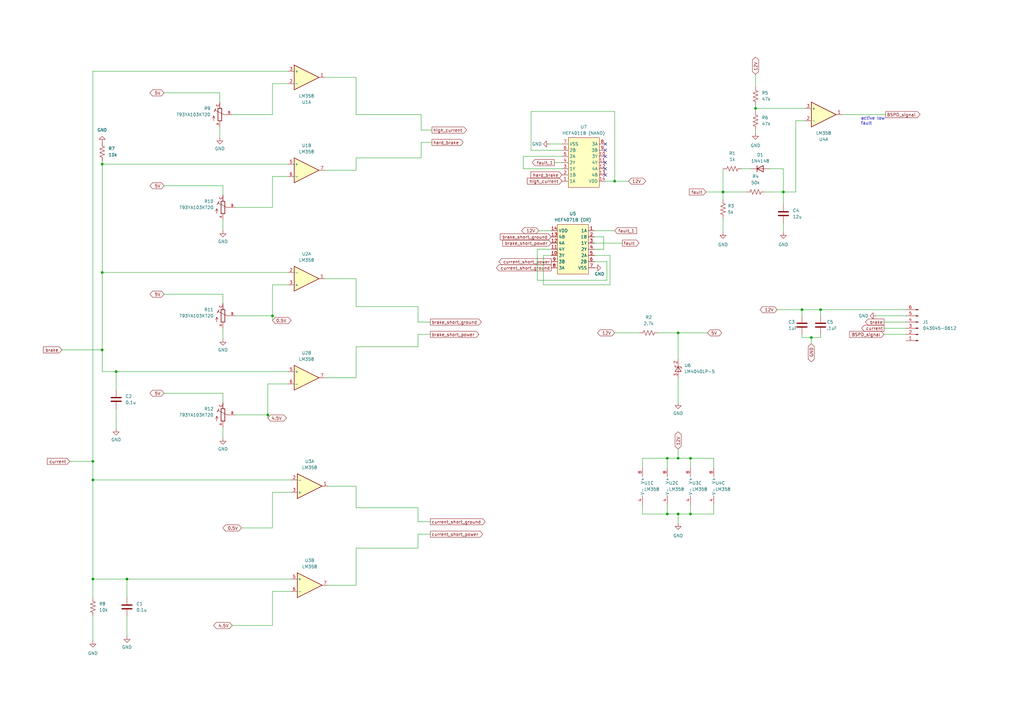
<source format=kicad_sch>
(kicad_sch (version 20231120) (generator "eeschema") (generator_version "8.0")
  (paper "A3")
  (title_block (title "Brake System Plausibility Device ") (comment 1 "Arda Caliskan and Manny Gimenez"))
  (lib_symbols
    (symbol "Amplifier_Operational:LM358" (pin_names (offset 0.127))
      (property "Reference" "U" (at 0 5.08 0))
      (property "Value" "LM358" (at 0 -5.08 0))
      (symbol "LM358_1_1"
        (polyline (pts (xy -5.08 5.08) (xy 5.08 0) (xy -5.08 -5.08) (xy -5.08 5.08)) (stroke (width 0.254)) (fill (type background)))
        (pin output line (at 7.62 0 180) (length 2.54) (name "~") (number "1"))
        (pin input line (at -7.62 -2.54 0) (length 2.54) (name "-") (number "2"))
        (pin input line (at -7.62 2.54 0) (length 2.54) (name "+") (number "3"))
      )
      (symbol "LM358_2_1"
        (polyline (pts (xy -5.08 5.08) (xy 5.08 0) (xy -5.08 -5.08) (xy -5.08 5.08)) (stroke (width 0.254)) (fill (type background)))
        (pin input line (at -7.62 2.54 0) (length 2.54) (name "+") (number "5"))
        (pin input line (at -7.62 -2.54 0) (length 2.54) (name "-") (number "6"))
        (pin output line (at 7.62 0 180) (length 2.54) (name "~") (number "7"))
      )
      (symbol "LM358_3_1"
        (pin power_in line (at -2.54 -7.62 90) (length 3.81) (name "V-") (number "4"))
        (pin power_in line (at -2.54 7.62 270) (length 3.81) (name "V+") (number "8"))
      )
    )
    (symbol "Connector:Conn_01x06_Pin" (pin_names (offset 1.016) hide)
      (property "Reference" "J" (at 0 7.62 0))
      (property "Value" "Conn_01x06_Pin" (at 0 -10.16 0))
      (symbol "Conn_01x06_Pin_1_1"
        (polyline (pts (xy 1.27 -7.62) (xy 0.8636 -7.62)) (stroke (width 0.1524)))
        (polyline (pts (xy 1.27 -5.08) (xy 0.8636 -5.08)) (stroke (width 0.1524)))
        (polyline (pts (xy 1.27 -2.54) (xy 0.8636 -2.54)) (stroke (width 0.1524)))
        (polyline (pts (xy 1.27 0) (xy 0.8636 0)) (stroke (width 0.1524)))
        (polyline (pts (xy 1.27 2.54) (xy 0.8636 2.54)) (stroke (width 0.1524)))
        (polyline (pts (xy 1.27 5.08) (xy 0.8636 5.08)) (stroke (width 0.1524)))
        (rectangle (start 0.8636 -7.493) (end 0 -7.747) (stroke (width 0.1524)) (fill (type outline)))
        (rectangle (start 0.8636 -4.953) (end 0 -5.207) (stroke (width 0.1524)) (fill (type outline)))
        (rectangle (start 0.8636 -2.413) (end 0 -2.667) (stroke (width 0.1524)) (fill (type outline)))
        (rectangle (start 0.8636 0.127) (end 0 -0.127) (stroke (width 0.1524)) (fill (type outline)))
        (rectangle (start 0.8636 2.667) (end 0 2.413) (stroke (width 0.1524)) (fill (type outline)))
        (rectangle (start 0.8636 5.207) (end 0 4.953) (stroke (width 0.1524)) (fill (type outline)))
        (pin passive line (at 5.08 5.08 180) (length 3.81) (name "Pin_1") (number "1"))
        (pin passive line (at 5.08 2.54 180) (length 3.81) (name "Pin_2") (number "2"))
        (pin passive line (at 5.08 0 180) (length 3.81) (name "Pin_3") (number "3"))
        (pin passive line (at 5.08 -2.54 180) (length 3.81) (name "Pin_4") (number "4"))
        (pin passive line (at 5.08 -5.08 180) (length 3.81) (name "Pin_5") (number "5"))
        (pin passive line (at 5.08 -7.62 180) (length 3.81) (name "Pin_6") (number "6"))
      )
    )
    (symbol "Device:C" (pin_numbers hide) (pin_names (offset 0.254))
      (property "Reference" "C" (at 0.635 2.54 0))
      (property "Value" "C" (at 0.635 -2.54 0))
      (symbol "C_0_1"
        (polyline (pts (xy -2.032 -0.762) (xy 2.032 -0.762)) (stroke (width 0.508)))
        (polyline (pts (xy -2.032 0.762) (xy 2.032 0.762)) (stroke (width 0.508)))
      )
      (symbol "C_1_1"
        (pin passive line (at 0 3.81 270) (length 2.794) (name "~") (number "1"))
        (pin passive line (at 0 -3.81 90) (length 2.794) (name "~") (number "2"))
      )
    )
    (symbol "Device:R_US" (pin_numbers hide) (pin_names (offset 0))
      (property "Reference" "R" (at 2.54 0 90))
      (property "Value" "R_US" (at -2.54 0 90))
      (symbol "R_US_0_1"
        (polyline (pts (xy 0 -2.286) (xy 0 -2.54)))
        (polyline (pts (xy 0 2.286) (xy 0 2.54)))
        (polyline (pts (xy 0 -0.762) (xy 1.016 -1.143) (xy 0 -1.524) (xy -1.016 -1.905) (xy 0 -2.286)))
        (polyline (pts (xy 0 0.762) (xy 1.016 0.381) (xy 0 0) (xy -1.016 -0.381) (xy 0 -0.762)))
        (polyline (pts (xy 0 2.286) (xy 1.016 1.905) (xy 0 1.524) (xy -1.016 1.143) (xy 0 0.762)))
      )
      (symbol "R_US_1_1"
        (pin passive line (at 0 3.81 270) (length 1.27) (name "~") (number "1"))
        (pin passive line (at 0 -3.81 90) (length 1.27) (name "~") (number "2"))
      )
    )
    (symbol "Diode:1N4148" (pin_numbers hide) (pin_names hide)
      (property "Reference" "D" (at 0 2.54 0))
      (property "Value" "1N4148" (at 0 -2.54 0))
      (symbol "1N4148_0_1"
        (polyline (pts (xy -1.27 1.27) (xy -1.27 -1.27)) (stroke (width 0.254)))
        (polyline (pts (xy 1.27 0) (xy -1.27 0)))
        (polyline (pts (xy 1.27 1.27) (xy 1.27 -1.27) (xy -1.27 0) (xy 1.27 1.27)) (stroke (width 0.254)))
      )
      (symbol "1N4148_1_1"
        (pin passive line (at -3.81 0 0) (length 2.54) (name "K") (number "1"))
        (pin passive line (at 3.81 0 180) (length 2.54) (name "A") (number "2"))
      )
    )
    (symbol "Reference_Voltage:LM4040LP-5" (pin_names (offset 0.0254) hide)
      (property "Reference" "U" (at 0 2.54 0))
      (property "Value" "LM4040LP-5" (at 0 -3.175 0))
      (symbol "LM4040LP-5_0_1"
        (polyline (pts (xy -1.27 0) (xy 0 0) (xy 1.27 0)))
        (polyline (pts (xy -1.27 -1.27) (xy 0.635 0) (xy -1.27 1.27) (xy -1.27 -1.27)) (stroke (width 0.2032)))
        (polyline (pts (xy 0 -1.27) (xy 0.635 -1.27) (xy 0.635 1.27) (xy 1.27 1.27)) (stroke (width 0.2032)))
      )
      (symbol "LM4040LP-5_1_1"
        (pin passive line (at 3.81 0 180) (length 2.54) (name "K") (number "2"))
        (pin passive line (at -3.81 0 0) (length 2.54) (name "A") (number "3"))
      )
    )
    (symbol "T93YA103KT20:T93YA103KT20" (pin_names (offset 1.016))
      (property "Reference" "R" (at -5.9833 -3.8191 90))
      (property "Value" "T93YA103KT20" (at -3.8184 -3.8184 90))
      (symbol "T93YA103KT20_0_0"
        (polyline (pts (xy -2.54 -2.54) (xy -2.54 -0.508)) (stroke (width 0.1524)))
        (polyline (pts (xy -2.54 -0.508) (xy -3.048 -1.524)) (stroke (width 0.1524)))
        (polyline (pts (xy -2.54 -0.508) (xy -2.032 -1.524)) (stroke (width 0.1524)))
        (polyline (pts (xy -2.286 1.27) (xy -1.651 2.413)) (stroke (width 0.254)))
        (polyline (pts (xy -0.762 -2.54) (xy 0.762 -2.54)) (stroke (width 0.254)))
        (polyline (pts (xy -0.762 2.54) (xy -0.762 -2.54)) (stroke (width 0.254)))
        (polyline (pts (xy 0 2.54) (xy -0.762 2.54)) (stroke (width 0.254)))
        (polyline (pts (xy 0 2.54) (xy 0 5.08)) (stroke (width 0.1524)))
        (polyline (pts (xy 0.762 -2.54) (xy 0.762 2.54)) (stroke (width 0.254)))
        (polyline (pts (xy 0.762 2.54) (xy 0 2.54)) (stroke (width 0.254)))
        (polyline (pts (xy 1.651 0) (xy -1.8796 1.7526)) (stroke (width 0.1524)))
        (polyline (pts (xy 2.54 0) (xy 1.651 0)) (stroke (width 0.1524)))
        (pin passive line (at 0 -5.08 90) (length 2.54) (name "~") (number "A"))
        (pin passive line (at 5.08 0 180) (length 2.54) (name "~") (number "B"))
        (pin passive line (at 0 5.08 270) (length 2.54) (name "~") (number "C"))
      )
    )
    (symbol "T93YA203JT20:4011"
      (property "Reference" "U" (at 0 0 0))
      (property "Value" "4011" (at -5.08 0 0))
      (symbol "4011_0_1"
        (rectangle (start -7.62 -2.54) (end 5.08 -22.86) (fill (type background)))
      )
      (symbol "4011_1_1"
        (pin input line (at -10.16 -20.32 0) (length 2.54) (name "1A") (number "1"))
        (pin output line (at 7.62 -10.16 180) (length 2.54) (name "3Y") (number "10"))
        (pin output line (at 7.62 -12.7 180) (length 2.54) (name "4Y") (number "11"))
        (pin input line (at 7.62 -15.24 180) (length 2.54) (name "4A") (number "12"))
        (pin input line (at 7.62 -17.78 180) (length 2.54) (name "4B") (number "13"))
        (pin input line (at 7.62 -20.32 180) (length 2.54) (name "VDD") (number "14"))
        (pin input line (at -10.16 -17.78 0) (length 2.54) (name "1B") (number "2"))
        (pin output line (at -10.16 -15.24 0) (length 2.54) (name "1Y") (number "3"))
        (pin output line (at -10.16 -12.7 0) (length 2.54) (name "2Y") (number "4"))
        (pin input line (at -10.16 -10.16 0) (length 2.54) (name "2A") (number "5"))
        (pin input line (at -10.16 -7.62 0) (length 2.54) (name "2B") (number "6"))
        (pin input line (at -10.16 -5.08 0) (length 2.54) (name "VSS") (number "7"))
        (pin input line (at 7.62 -5.08 180) (length 2.54) (name "3A") (number "8"))
        (pin input line (at 7.62 -7.62 180) (length 2.54) (name "3B") (number "9"))
      )
    )
    (symbol "T93YA203JT20:4071"
      (property "Reference" "U" (at 0 0 0))
      (property "Value" "4071" (at -5.08 0 0))
      (symbol "4071_0_1"
        (rectangle (start -7.62 -2.54) (end 5.08 -22.86) (fill (type background)))
      )
      (symbol "4071_1_1"
        (pin input line (at -10.16 -20.32 0) (length 2.54) (name "1A") (number "1"))
        (pin output line (at 7.62 -10.16 180) (length 2.54) (name "3Y") (number "10"))
        (pin output line (at 7.62 -12.7 180) (length 2.54) (name "4Y") (number "11"))
        (pin input line (at 7.62 -15.24 180) (length 2.54) (name "4A") (number "12"))
        (pin input line (at 7.62 -17.78 180) (length 2.54) (name "4B") (number "13"))
        (pin input line (at 7.62 -20.32 180) (length 2.54) (name "VDD") (number "14"))
        (pin input line (at -10.16 -17.78 0) (length 2.54) (name "1B") (number "2"))
        (pin output line (at -10.16 -15.24 0) (length 2.54) (name "1Y") (number "3"))
        (pin output line (at -10.16 -12.7 0) (length 2.54) (name "2Y") (number "4"))
        (pin input line (at -10.16 -10.16 0) (length 2.54) (name "2A") (number "5"))
        (pin input line (at -10.16 -7.62 0) (length 2.54) (name "2B") (number "6"))
        (pin input line (at -10.16 -5.08 0) (length 2.54) (name "VSS") (number "7"))
        (pin input line (at 7.62 -5.08 180) (length 2.54) (name "3A") (number "8"))
        (pin input line (at 7.62 -7.62 180) (length 2.54) (name "3B") (number "9"))
      )
    )
    (symbol "power:GND" (power) (pin_names (offset 0))
      (property "Value" "GND" (at 0 -3.81 0))
      (symbol "GND_0_1"
        (polyline (pts (xy 0 0) (xy 0 -1.27) (xy 1.27 -1.27) (xy 0 -2.54) (xy -1.27 -1.27) (xy 0 -1.27)))
      )
      (symbol "GND_1_1"
        (pin power_in line (at 0 0 270) (length 0) hide (name "GND") (number "1"))
      )
    )
  )
  (junction (at 38.1 237.49))
  (junction (at 252.095 74.295))
  (junction (at 278.13 187.96))
  (junction (at 41.91 111.76))
  (junction (at 336.55 127))
  (junction (at 328.93 127))
  (junction (at 296.545 78.74))
  (junction (at 278.13 210.82))
  (junction (at 273.685 187.96))
  (junction (at 38.1 196.85))
  (junction (at 41.91 67.31))
  (junction (at 283.21 187.96))
  (junction (at 321.31 78.74))
  (junction (at 41.91 143.51))
  (junction (at 52.07 237.49))
  (junction (at 273.685 210.82))
  (junction (at 111.76 129.54))
  (junction (at 278.13 136.525))
  (junction (at 109.855 170.18))
  (junction (at 47.625 152.4))
  (junction (at 283.21 210.82))
  (junction (at 309.88 44.45))
  (junction (at 38.1 189.23))
  (junction (at 332.74 138.43))
  (no_connect (at 248.285 59.055))
  (no_connect (at 248.285 71.755))
  (no_connect (at 248.285 61.595))
  (no_connect (at 248.285 69.215))
  (no_connect (at 248.285 64.135))
  (no_connect (at 248.285 66.675))
  (wire (pts (xy 263.525 210.82) (xy 263.525 207.01)))
  (wire (pts (xy 247.65 97.155) (xy 243.84 97.155)))
  (wire (pts (xy 296.545 78.74) (xy 296.545 81.915)))
  (wire (pts (xy 283.21 210.82) (xy 278.13 210.82)))
  (wire (pts (xy 146.05 114.3) (xy 146.05 125.73)))
  (wire (pts (xy 111.76 201.93) (xy 111.76 216.535)))
  (wire (pts (xy 171.45 213.995) (xy 176.53 213.995)))
  (wire (pts (xy 146.05 199.39) (xy 134.62 199.39)))
  (wire (pts (xy 133.35 114.3) (xy 146.05 114.3)))
  (wire (pts (xy 292.735 187.96) (xy 292.735 191.77)))
  (wire (pts (xy 336.55 138.43) (xy 332.74 138.43)))
  (wire (pts (xy 111.76 34.29) (xy 111.76 46.99)))
  (wire (pts (xy 283.21 187.96) (xy 292.735 187.96)))
  (wire (pts (xy 227.33 66.675) (xy 230.505 66.675)))
  (wire (pts (xy 278.13 210.82) (xy 273.685 210.82)))
  (wire (pts (xy 96.52 170.18) (xy 109.855 170.18)))
  (wire (pts (xy 47.625 167.64) (xy 47.625 175.895)))
  (wire (pts (xy 90.17 52.07) (xy 90.17 56.515)))
  (wire (pts (xy 225.425 59.055) (xy 230.505 59.055)))
  (wire (pts (xy 91.44 161.29) (xy 91.44 165.1)))
  (wire (pts (xy 296.545 69.215) (xy 296.545 78.74)))
  (wire (pts (xy 278.13 154.94) (xy 278.13 165.1)))
  (wire (pts (xy 146.05 208.28) (xy 146.05 199.39)))
  (wire (pts (xy 91.44 175.26) (xy 91.44 179.705)))
  (wire (pts (xy 146.05 240.03) (xy 134.62 240.03)))
  (wire (pts (xy 91.44 76.2) (xy 91.44 80.01)))
  (wire (pts (xy 332.74 138.43) (xy 328.93 138.43)))
  (wire (pts (xy 38.1 252.73) (xy 38.1 262.89)))
  (wire (pts (xy 41.91 67.31) (xy 118.11 67.31)))
  (wire (pts (xy 273.685 210.82) (xy 263.525 210.82)))
  (wire (pts (xy 248.92 114.935) (xy 248.92 107.315)))
  (wire (pts (xy 247.65 102.235) (xy 247.65 97.155)))
  (wire (pts (xy 47.625 152.4) (xy 47.625 160.02)))
  (wire (pts (xy 95.25 46.99) (xy 111.76 46.99)))
  (wire (pts (xy 146.05 64.77) (xy 146.05 69.85)))
  (wire (pts (xy 326.39 49.53) (xy 326.39 78.74)))
  (wire (pts (xy 326.39 49.53) (xy 330.2 49.53)))
  (wire (pts (xy 362.585 134.62) (xy 371.475 134.62)))
  (wire (pts (xy 172.72 53.34) (xy 172.72 46.99)))
  (wire (pts (xy 309.88 44.45) (xy 330.2 44.45)))
  (wire (pts (xy 67.31 120.65) (xy 91.44 120.65)))
  (wire (pts (xy 41.91 111.76) (xy 41.91 143.51)))
  (wire (pts (xy 278.13 136.525) (xy 278.13 147.32)))
  (wire (pts (xy 304.165 69.215) (xy 307.975 69.215)))
  (wire (pts (xy 119.38 196.85) (xy 38.1 196.85)))
  (wire (pts (xy 313.69 78.74) (xy 321.31 78.74)))
  (wire (pts (xy 292.735 207.01) (xy 292.735 210.82)))
  (wire (pts (xy 41.91 152.4) (xy 41.91 143.51)))
  (wire (pts (xy 133.35 154.94) (xy 146.05 154.94)))
  (wire (pts (xy 146.05 69.85) (xy 133.35 69.85)))
  (wire (pts (xy 309.88 30.48) (xy 309.88 35.56)))
  (wire (pts (xy 278.13 210.82) (xy 278.13 214.63)))
  (wire (pts (xy 38.1 237.49) (xy 38.1 245.11)))
  (wire (pts (xy 273.685 210.82) (xy 273.685 207.01)))
  (wire (pts (xy 250.19 104.775) (xy 243.84 104.775)))
  (wire (pts (xy 171.45 219.075) (xy 176.53 219.075)))
  (wire (pts (xy 38.1 237.49) (xy 52.07 237.49)))
  (wire (pts (xy 217.805 61.595) (xy 217.805 45.72)))
  (wire (pts (xy 243.84 94.615) (xy 252.095 94.615)))
  (wire (pts (xy 278.13 184.15) (xy 278.13 187.96)))
  (wire (pts (xy 146.05 224.79) (xy 146.05 240.03)))
  (wire (pts (xy 146.05 46.99) (xy 172.72 46.99)))
  (wire (pts (xy 38.1 189.23) (xy 38.1 196.85)))
  (wire (pts (xy 171.45 224.79) (xy 171.45 219.075)))
  (wire (pts (xy 109.855 157.48) (xy 118.11 157.48)))
  (wire (pts (xy 289.56 78.74) (xy 296.545 78.74)))
  (wire (pts (xy 222.885 116.84) (xy 250.19 116.84)))
  (wire (pts (xy 146.05 224.79) (xy 171.45 224.79)))
  (wire (pts (xy 309.88 44.45) (xy 309.88 45.72)))
  (wire (pts (xy 332.74 138.43) (xy 332.74 140.97)))
  (wire (pts (xy 250.19 116.84) (xy 250.19 104.775)))
  (wire (pts (xy 41.91 111.76) (xy 118.11 111.76)))
  (wire (pts (xy 146.05 64.77) (xy 172.72 64.77)))
  (wire (pts (xy 328.93 137.16) (xy 328.93 138.43)))
  (wire (pts (xy 278.13 187.96) (xy 283.21 187.96)))
  (wire (pts (xy 283.21 210.82) (xy 283.21 207.01)))
  (wire (pts (xy 38.1 29.21) (xy 118.11 29.21)))
  (wire (pts (xy 111.76 242.57) (xy 119.38 242.57)))
  (wire (pts (xy 146.05 31.75) (xy 146.05 46.99)))
  (wire (pts (xy 336.55 137.16) (xy 336.55 138.43)))
  (wire (pts (xy 230.505 69.215) (xy 214.63 69.215)))
  (wire (pts (xy 321.31 69.215) (xy 321.31 78.74)))
  (wire (pts (xy 321.31 78.74) (xy 321.31 83.82)))
  (wire (pts (xy 67.31 161.29) (xy 91.44 161.29)))
  (wire (pts (xy 328.93 127) (xy 328.93 129.54)))
  (wire (pts (xy 41.91 111.76) (xy 41.91 67.31)))
  (wire (pts (xy 25.4 143.51) (xy 41.91 143.51)))
  (wire (pts (xy 111.76 242.57) (xy 111.76 256.54)))
  (wire (pts (xy 321.31 91.44) (xy 321.31 95.25)))
  (wire (pts (xy 269.875 136.525) (xy 278.13 136.525)))
  (wire (pts (xy 278.13 136.525) (xy 290.195 136.525)))
  (wire (pts (xy 252.095 136.525) (xy 262.255 136.525)))
  (wire (pts (xy 109.855 170.18) (xy 109.855 171.45)))
  (wire (pts (xy 67.31 38.1) (xy 90.17 38.1)))
  (wire (pts (xy 222.885 104.775) (xy 226.06 104.775)))
  (wire (pts (xy 146.05 142.24) (xy 171.45 142.24)))
  (wire (pts (xy 111.76 201.93) (xy 119.38 201.93)))
  (wire (pts (xy 296.545 78.74) (xy 306.07 78.74)))
  (wire (pts (xy 292.735 210.82) (xy 283.21 210.82)))
  (wire (pts (xy 96.52 129.54) (xy 111.76 129.54)))
  (wire (pts (xy 146.05 125.73) (xy 171.45 125.73)))
  (wire (pts (xy 177.165 58.42) (xy 172.72 58.42)))
  (wire (pts (xy 309.88 43.18) (xy 309.88 44.45)))
  (wire (pts (xy 296.545 89.535) (xy 296.545 95.25)))
  (wire (pts (xy 91.44 120.65) (xy 91.44 124.46)))
  (wire (pts (xy 226.06 102.235) (xy 220.345 102.235)))
  (wire (pts (xy 318.77 127) (xy 328.93 127)))
  (wire (pts (xy 214.63 64.135) (xy 230.505 64.135)))
  (wire (pts (xy 146.05 154.94) (xy 146.05 142.24)))
  (wire (pts (xy 359.41 129.54) (xy 371.475 129.54)))
  (wire (pts (xy 111.76 116.84) (xy 111.76 129.54)))
  (wire (pts (xy 214.63 69.215) (xy 214.63 64.135)))
  (wire (pts (xy 328.93 127) (xy 336.55 127)))
  (wire (pts (xy 111.76 72.39) (xy 118.11 72.39)))
  (wire (pts (xy 146.05 208.28) (xy 171.45 208.28)))
  (wire (pts (xy 345.44 46.99) (xy 363.22 46.99)))
  (wire (pts (xy 252.095 45.72) (xy 252.095 74.295)))
  (wire (pts (xy 95.25 256.54) (xy 111.76 256.54)))
  (wire (pts (xy 111.76 116.84) (xy 118.11 116.84)))
  (wire (pts (xy 220.345 102.235) (xy 220.345 114.935)))
  (wire (pts (xy 243.84 102.235) (xy 247.65 102.235)))
  (wire (pts (xy 336.55 127) (xy 336.55 129.54)))
  (wire (pts (xy 326.39 78.74) (xy 321.31 78.74)))
  (wire (pts (xy 217.805 61.595) (xy 230.505 61.595)))
  (wire (pts (xy 263.525 191.77) (xy 263.525 187.96)))
  (wire (pts (xy 171.45 125.73) (xy 171.45 132.08)))
  (wire (pts (xy 38.1 29.21) (xy 38.1 189.23)))
  (wire (pts (xy 38.1 196.85) (xy 38.1 237.49)))
  (wire (pts (xy 248.285 74.295) (xy 252.095 74.295)))
  (wire (pts (xy 41.91 66.04) (xy 41.91 67.31)))
  (wire (pts (xy 248.92 107.315) (xy 243.84 107.315)))
  (wire (pts (xy 41.91 152.4) (xy 47.625 152.4)))
  (wire (pts (xy 362.585 132.08) (xy 371.475 132.08)))
  (wire (pts (xy 52.07 237.49) (xy 119.38 237.49)))
  (wire (pts (xy 283.21 187.96) (xy 283.21 191.77)))
  (wire (pts (xy 171.45 142.24) (xy 171.45 137.16)))
  (wire (pts (xy 252.095 74.295) (xy 257.81 74.295)))
  (wire (pts (xy 111.76 72.39) (xy 111.76 85.09)))
  (wire (pts (xy 309.88 53.34) (xy 309.88 54.61)))
  (wire (pts (xy 111.76 34.29) (xy 118.11 34.29)))
  (wire (pts (xy 177.165 53.34) (xy 172.72 53.34)))
  (wire (pts (xy 171.45 137.16) (xy 176.53 137.16)))
  (wire (pts (xy 111.76 129.54) (xy 111.76 131.445)))
  (wire (pts (xy 91.44 134.62) (xy 91.44 139.065)))
  (wire (pts (xy 96.52 85.09) (xy 111.76 85.09)))
  (wire (pts (xy 99.06 216.535) (xy 111.76 216.535)))
  (wire (pts (xy 217.805 45.72) (xy 252.095 45.72)))
  (wire (pts (xy 263.525 187.96) (xy 273.685 187.96)))
  (wire (pts (xy 28.575 189.23) (xy 38.1 189.23)))
  (wire (pts (xy 220.345 114.935) (xy 248.92 114.935)))
  (wire (pts (xy 273.685 187.96) (xy 273.685 191.77)))
  (wire (pts (xy 91.44 90.17) (xy 91.44 94.615)))
  (wire (pts (xy 172.72 58.42) (xy 172.72 64.77)))
  (wire (pts (xy 220.98 94.615) (xy 226.06 94.615)))
  (wire (pts (xy 133.35 31.75) (xy 146.05 31.75)))
  (wire (pts (xy 90.17 38.1) (xy 90.17 41.91)))
  (wire (pts (xy 171.45 132.08) (xy 176.53 132.08)))
  (wire (pts (xy 171.45 208.28) (xy 171.45 213.995)))
  (wire (pts (xy 362.585 137.16) (xy 371.475 137.16)))
  (wire (pts (xy 243.84 99.695) (xy 255.27 99.695)))
  (wire (pts (xy 109.855 157.48) (xy 109.855 170.18)))
  (wire (pts (xy 52.07 237.49) (xy 52.07 245.11)))
  (wire (pts (xy 52.07 252.73) (xy 52.07 260.985)))
  (wire (pts (xy 67.31 76.2) (xy 91.44 76.2)))
  (wire (pts (xy 273.685 187.96) (xy 278.13 187.96)))
  (wire (pts (xy 315.595 69.215) (xy 321.31 69.215)))
  (wire (pts (xy 222.885 116.84) (xy 222.885 104.775)))
  (wire (pts (xy 47.625 152.4) (xy 118.11 152.4)))
  (wire (pts (xy 336.55 127) (xy 371.475 127)))
  (text "active low\nfault" (at 353.06 51.435 0) (effects (font (size 1.27 1.27)) (justify left bottom)))
  (global_label "brake_short_power" (shape output) (at 176.53 137.16 0) (property "Intersheetrefs" "${INTERSHEET_REFS}" (effects (hide yes))))
  (global_label "0.5V" (shape bidirectional) (at 99.06 216.535 180) (property "Intersheetrefs" "${INTERSHEET_REFS}" (effects (hide yes))))
  (global_label "current" (shape input) (at 28.575 189.23 180) (property "Intersheetrefs" "${INTERSHEET_REFS}" (effects (hide yes))))
  (global_label "high_current" (shape output) (at 177.165 53.34 0) (property "Intersheetrefs" "${INTERSHEET_REFS}" (effects (hide yes))))
  (global_label "current_short_power" (shape output) (at 176.53 219.075 0) (property "Intersheetrefs" "${INTERSHEET_REFS}" (effects (hide yes))))
  (global_label "brake_short_ground" (shape input) (at 226.06 97.155 180) (property "Intersheetrefs" "${INTERSHEET_REFS}" (effects (hide yes))))
  (global_label "5V" (shape bidirectional) (at 67.31 38.1 180) (property "Intersheetrefs" "${INTERSHEET_REFS}" (effects (hide yes))))
  (global_label "12V" (shape bidirectional) (at 278.13 184.15 90) (property "Intersheetrefs" "${INTERSHEET_REFS}" (effects (hide yes))))
  (global_label "12V" (shape bidirectional) (at 257.81 74.295 0) (property "Intersheetrefs" "${INTERSHEET_REFS}" (effects (hide yes))))
  (global_label "hard_brake" (shape output) (at 177.165 58.42 0) (property "Intersheetrefs" "${INTERSHEET_REFS}" (effects (hide yes))))
  (global_label "brake" (shape output) (at 362.585 132.08 180) (property "Intersheetrefs" "${INTERSHEET_REFS}" (effects (hide yes))))
  (global_label "brake_short_ground" (shape output) (at 176.53 132.08 0) (property "Intersheetrefs" "${INTERSHEET_REFS}" (effects (hide yes))))
  (global_label "BSPD_signal" (shape input) (at 362.585 137.16 180) (property "Intersheetrefs" "${INTERSHEET_REFS}" (effects (hide yes))))
  (global_label "brake" (shape input) (at 25.4 143.51 180) (property "Intersheetrefs" "${INTERSHEET_REFS}" (effects (hide yes))))
  (global_label "5V" (shape bidirectional) (at 67.31 76.2 180) (property "Intersheetrefs" "${INTERSHEET_REFS}" (effects (hide yes))))
  (global_label "4.5V" (shape bidirectional) (at 95.25 256.54 180) (property "Intersheetrefs" "${INTERSHEET_REFS}" (effects (hide yes))))
  (global_label "current_short_ground" (shape output) (at 226.06 109.855 180) (property "Intersheetrefs" "${INTERSHEET_REFS}" (effects (hide yes))))
  (global_label "fault" (shape output) (at 255.27 99.695 0) (property "Intersheetrefs" "${INTERSHEET_REFS}" (effects (hide yes))))
  (global_label "0.5V" (shape bidirectional) (at 111.76 131.445 0) (property "Intersheetrefs" "${INTERSHEET_REFS}" (effects (hide yes))))
  (global_label "GND" (shape bidirectional) (at 332.74 140.97 270) (property "Intersheetrefs" "${INTERSHEET_REFS}" (effects (hide yes))))
  (global_label "fault_1" (shape output) (at 227.33 66.675 180) (property "Intersheetrefs" "${INTERSHEET_REFS}" (effects (hide yes))))
  (global_label "fault_1" (shape input) (at 252.095 94.615 0) (property "Intersheetrefs" "${INTERSHEET_REFS}" (effects (hide yes))))
  (global_label "12V" (shape bidirectional) (at 220.98 94.615 180) (property "Intersheetrefs" "${INTERSHEET_REFS}" (effects (hide yes))))
  (global_label "5V" (shape bidirectional) (at 290.195 136.525 0) (property "Intersheetrefs" "${INTERSHEET_REFS}" (effects (hide yes))))
  (global_label "12V" (shape bidirectional) (at 309.88 30.48 90) (property "Intersheetrefs" "${INTERSHEET_REFS}" (effects (hide yes))))
  (global_label "current" (shape output) (at 362.585 134.62 180) (property "Intersheetrefs" "${INTERSHEET_REFS}" (effects (hide yes))))
  (global_label "5V" (shape bidirectional) (at 67.31 161.29 180) (property "Intersheetrefs" "${INTERSHEET_REFS}" (effects (hide yes))))
  (global_label "high_current" (shape input) (at 230.505 74.295 180) (property "Intersheetrefs" "${INTERSHEET_REFS}" (effects (hide yes))))
  (global_label "brake_short_power" (shape input) (at 226.06 99.695 180) (property "Intersheetrefs" "${INTERSHEET_REFS}" (effects (hide yes))))
  (global_label "current_short_ground" (shape output) (at 176.53 213.995 0) (property "Intersheetrefs" "${INTERSHEET_REFS}" (effects (hide yes))))
  (global_label "4.5V" (shape bidirectional) (at 109.855 171.45 0) (property "Intersheetrefs" "${INTERSHEET_REFS}" (effects (hide yes))))
  (global_label "current_short_power" (shape output) (at 226.06 107.315 180) (property "Intersheetrefs" "${INTERSHEET_REFS}" (effects (hide yes))))
  (global_label "fault" (shape input) (at 289.56 78.74 180) (property "Intersheetrefs" "${INTERSHEET_REFS}" (effects (hide yes))))
  (global_label "12V" (shape bidirectional) (at 318.77 127 180) (property "Intersheetrefs" "${INTERSHEET_REFS}" (effects (hide yes))))
  (global_label "BSPD_signal" (shape output) (at 363.22 46.99 0) (property "Intersheetrefs" "${INTERSHEET_REFS}" (effects (hide yes))))
  (global_label "hard_brake" (shape input) (at 230.505 71.755 180) (property "Intersheetrefs" "${INTERSHEET_REFS}" (effects (hide yes))))
  (global_label "5V" (shape bidirectional) (at 67.31 120.65 180) (property "Intersheetrefs" "${INTERSHEET_REFS}" (effects (hide yes))))
  (global_label "12V" (shape bidirectional) (at 252.095 136.525 180) (property "Intersheetrefs" "${INTERSHEET_REFS}" (effects (hide yes))))
  (symbol (lib_id "power:GND") (at 278.13 165.1 0) (unit 1)
    (property "Reference" "#PWR06" (effects (hide yes)))
    (property "Value" "GND" (at 278.13 169.545 0))
  )
  (symbol (lib_id "power:GND") (at 225.425 59.055 270) (unit 1)
    (property "Reference" "#PWR07" (effects (hide yes)))
    (property "Value" "GND" (at 222.25 59.055 90) (effects (justify right)))
  )
  (symbol (lib_id "T93YA103KT20:T93YA103KT20") (at 90.17 46.99 0) (unit 1)
    (property "Reference" "R9" (at 86.36 44.4754 0) (effects (justify right)))
    (property "Value" "T93YA103KT20" (at 86.36 47.0154 0) (effects (justify right)))
    (property "Footprint" "Potentiometer_THT:Potentiometer_Vishay_T93YA103KT20" (effects (hide yes)))
    (property "PRICE" "$1.70 USD" (effects (hide yes)))
    (property "MF" "Vishay" (effects (hide yes)))
    (property "AVAILABILITY" "Good" (effects (hide yes)))
    (property "MP" "T93YA103KT20" (effects (hide yes)))
  )
  (symbol (lib_id "Amplifier_Operational:LM358") (at 337.82 46.99 0) (unit 1)
    (property "Reference" "U4" (at 337.82 57.15 0))
    (property "Value" "LM358" (at 337.82 54.61 0))
    (property "Footprint" "Package_SO:SOIC-8_3.9x4.9mm_P1.27mm" (effects (hide yes)))
    (property "Datasheet" "http://www.ti.com/lit/ds/symlink/lm2904-n.pdf" (effects (hide yes)))
  )
  (symbol (lib_id "power:GND") (at 38.1 262.89 0) (unit 1)
    (property "Reference" "#PWR02" (effects (hide yes)))
    (property "Value" "GND" (at 38.1 267.97 0))
  )
  (symbol (lib_id "Device:C") (at 328.93 133.35 0) (unit 1)
    (property "Reference" "C3" (at 323.342 132.08 0) (effects (justify left)))
    (property "Value" "1uF" (at 323.342 134.62 0) (effects (justify left)))
    (property "Description" "Unpolarized capacitor" (effects (hide yes)))
  )
  (symbol (lib_id "power:GND") (at 321.31 95.25 0) (unit 1)
    (property "Reference" "#PWR033" (effects (hide yes)))
    (property "Value" "GND" (at 321.31 100.33 0))
  )
  (symbol (lib_id "Amplifier_Operational:LM358") (at 127 240.03 0) (unit 2)
    (property "Reference" "U3" (at 127 229.87 0))
    (property "Value" "LM358" (at 127 232.41 0))
    (property "Footprint" "Package_SO:SOIC-8_3.9x4.9mm_P1.27mm" (effects (hide yes)))
    (property "Datasheet" "http://www.ti.com/lit/ds/symlink/lm2904-n.pdf" (effects (hide yes)))
  )
  (symbol (lib_id "T93YA203JT20:4011") (at 240.665 53.975 0) (unit 1)
    (property "Reference" "U7" (at 239.395 52.07 0))
    (property "Value" "HEF4011B (NAND)" (at 239.395 54.61 0))
    (property "Footprint" "Package_SO:SOIC-14_3.9x8.7mm_P1.27mm" (effects (hide yes)))
  )
  (symbol (lib_id "T93YA103KT20:T93YA103KT20") (at 91.44 129.54 0) (unit 1)
    (property "Reference" "R11" (at 87.63 127.0254 0) (effects (justify right)))
    (property "Value" "T93YA103KT20" (at 87.63 129.5654 0) (effects (justify right)))
    (property "Footprint" "Potentiometer_THT:Potentiometer_Vishay_T93YA103KT20" (effects (hide yes)))
    (property "PRICE" "$1.70 USD" (effects (hide yes)))
    (property "MF" "Vishay" (effects (hide yes)))
    (property "AVAILABILITY" "Good" (effects (hide yes)))
    (property "MP" "T93YA103KT20" (effects (hide yes)))
  )
  (symbol (lib_id "Diode:1N4148") (at 311.785 69.215 0) (unit 1)
    (property "Reference" "D1" (at 311.785 63.5 0))
    (property "Value" "1N4148" (at 311.785 66.04 0))
    (property "Footprint" "Diode_THT:D_DO-35_SOD27_P7.62mm_Horizontal" (effects (hide yes)))
    (property "Datasheet" "https://assets.nexperia.com/documents/data-sheet/1N4148_1N4448.pdf" (effects (hide yes)))
    (property "Sim.Device" "D" (effects (hide yes)))
    (property "Sim.Pins" "1=K 2=A" (effects (hide yes)))
  )
  (symbol (lib_id "Amplifier_Operational:LM358") (at 295.275 199.39 0) (unit 3)
    (property "Reference" "U4" (at 293.37 198.12 0) (effects (justify left)))
    (property "Value" "LM358" (at 293.37 200.66 0) (effects (justify left)))
    (property "Datasheet" "http://www.ti.com/lit/ds/symlink/lm2904-n.pdf" (effects (hide yes)))
  )
  (symbol (lib_id "power:GND") (at 47.625 175.895 0) (unit 1)
    (property "Reference" "#PWR08" (effects (hide yes)))
    (property "Value" "GND" (at 47.625 180.34 0))
  )
  (symbol (lib_id "T93YA103KT20:T93YA103KT20") (at 91.44 170.18 0) (unit 1)
    (property "Reference" "R12" (at 87.63 167.6654 0) (effects (justify right)))
    (property "Value" "T93YA103KT20" (at 87.63 170.2054 0) (effects (justify right)))
    (property "Footprint" "Potentiometer_THT:Potentiometer_Vishay_T93YA103KT20" (effects (hide yes)))
    (property "PRICE" "$1.70 USD" (effects (hide yes)))
    (property "MF" "Vishay" (effects (hide yes)))
    (property "AVAILABILITY" "Good" (effects (hide yes)))
    (property "MP" "T93YA103KT20" (effects (hide yes)))
  )
  (symbol (lib_id "Amplifier_Operational:LM358") (at 125.73 154.94 0) (unit 2)
    (property "Reference" "U2" (at 125.73 144.78 0))
    (property "Value" "LM358" (at 125.73 147.32 0))
    (property "Footprint" "Package_SO:SOIC-8_3.9x4.9mm_P1.27mm" (effects (hide yes)))
    (property "Datasheet" "http://www.ti.com/lit/ds/symlink/lm2904-n.pdf" (effects (hide yes)))
  )
  (symbol (lib_id "Device:R_US") (at 296.545 85.725 180) (unit 1)
    (property "Reference" "R3" (at 298.45 84.455 0) (effects (justify right)))
    (property "Value" "5k" (at 298.45 86.995 0) (effects (justify right)))
    (property "Footprint" "Resistor_THT:R_Axial_DIN0207_L6.3mm_D2.5mm_P7.62mm_Horizontal" (effects (hide yes)))
  )
  (symbol (lib_id "power:GND") (at 309.88 54.61 0) (unit 1)
    (property "Reference" "#PWR032" (effects (hide yes)))
    (property "Value" "GND" (at 309.88 59.69 0))
  )
  (symbol (lib_id "Amplifier_Operational:LM358") (at 125.73 69.85 0) (unit 2)
    (property "Reference" "U1" (at 125.73 59.69 0))
    (property "Value" "LM358" (at 125.73 62.23 0))
    (property "Footprint" "Package_SO:SOIC-8_3.9x4.9mm_P1.27mm" (effects (hide yes)))
    (property "Datasheet" "http://www.ti.com/lit/ds/symlink/lm2904-n.pdf" (effects (hide yes)))
  )
  (symbol (lib_id "power:GND") (at 91.44 179.705 0) (unit 1)
    (property "Reference" "#PWR05" (effects (hide yes)))
    (property "Value" "GND" (at 91.44 184.15 0))
  )
  (symbol (lib_id "power:GND") (at 52.07 260.985 0) (unit 1)
    (property "Reference" "#PWR09" (effects (hide yes)))
    (property "Value" "GND" (at 52.07 265.43 0))
  )
  (symbol (lib_id "Device:R_US") (at 266.065 136.525 90) (unit 1)
    (property "Reference" "R2" (at 266.065 130.175 90))
    (property "Value" "2.7k" (at 266.065 132.715 90))
    (property "Footprint" "Resistor_THT:R_Axial_DIN0207_L6.3mm_D2.5mm_P7.62mm_Horizontal" (effects (hide yes)))
  )
  (symbol (lib_id "power:GND") (at 278.13 214.63 0) (unit 1)
    (property "Reference" "#PWR013" (effects (hide yes)))
    (property "Value" "GND" (at 278.13 219.71 0))
  )
  (symbol (lib_id "Amplifier_Operational:LM358") (at 125.73 31.75 0) (unit 1)
    (property "Reference" "U1" (at 125.73 41.91 0))
    (property "Value" "LM358" (at 125.73 39.37 0))
    (property "Footprint" "Package_SO:SOIC-8_3.9x4.9mm_P1.27mm" (effects (hide yes)))
    (property "Datasheet" "http://www.ti.com/lit/ds/symlink/lm2904-n.pdf" (effects (hide yes)))
  )
  (symbol (lib_id "Amplifier_Operational:LM358") (at 125.73 114.3 0) (mirror x) (unit 1)
    (property "Reference" "U2" (at 125.73 104.14 0))
    (property "Value" "LM358" (at 125.73 106.68 0))
    (property "Footprint" "Package_SO:SOIC-8_3.9x4.9mm_P1.27mm" (effects (hide yes)))
    (property "Datasheet" "http://www.ti.com/lit/ds/symlink/lm2904-n.pdf" (effects (hide yes)))
  )
  (symbol (lib_id "Device:R_US") (at 41.91 62.23 180) (unit 1)
    (property "Reference" "R7" (at 44.45 60.96 0) (effects (justify right)))
    (property "Value" "10k" (at 44.45 63.5 0) (effects (justify right)))
    (property "Footprint" "Resistor_THT:R_Axial_DIN0207_L6.3mm_D2.5mm_P7.62mm_Horizontal" (effects (hide yes)))
  )
  (symbol (lib_id "power:GND") (at 41.91 58.42 180) (unit 1)
    (property "Reference" "#PWR0101" (effects (hide yes)))
    (property "Value" "GND" (at 41.91 53.34 0))
  )
  (symbol (lib_id "T93YA103KT20:T93YA103KT20") (at 91.44 85.09 0) (unit 1)
    (property "Reference" "R10" (at 87.63 82.5754 0) (effects (justify right)))
    (property "Value" "T93YA103KT20" (at 87.63 85.1154 0) (effects (justify right)))
    (property "Footprint" "Potentiometer_THT:Potentiometer_Vishay_T93YA103KT20" (effects (hide yes)))
    (property "PRICE" "$1.70 USD" (effects (hide yes)))
    (property "MF" "Vishay" (effects (hide yes)))
    (property "AVAILABILITY" "Good" (effects (hide yes)))
    (property "MP" "T93YA103KT20" (effects (hide yes)))
  )
  (symbol (lib_id "power:GND") (at 91.44 139.065 0) (unit 1)
    (property "Reference" "#PWR04" (effects (hide yes)))
    (property "Value" "GND" (at 91.44 143.51 0))
  )
  (symbol (lib_id "Device:C") (at 52.07 248.92 0) (unit 1)
    (property "Reference" "C1" (at 55.88 247.6499 0) (effects (justify left)))
    (property "Value" "0.1u" (at 55.88 250.1899 0) (effects (justify left)))
    (property "Footprint" "Capacitor_THT:C_Disc_D3.4mm_W2.1mm_P2.50mm" (effects (hide yes)))
  )
  (symbol (lib_id "power:GND") (at 91.44 94.615 0) (unit 1)
    (property "Reference" "#PWR03" (effects (hide yes)))
    (property "Value" "GND" (at 91.44 99.06 0))
  )
  (symbol (lib_id "Connector:Conn_01x06_Pin") (at 376.555 134.62 180) (unit 1)
    (property "Reference" "J1" (at 378.46 132.08 0) (effects (justify right)))
    (property "Value" "043045-0612" (at 378.46 134.62 0) (effects (justify right)))
    (property "Footprint" "Connector_Molex:Molex_Micro-Fit_3.0_43045-0612_2x03_P3.00mm_Vertical" (effects (hide yes)))
  )
  (symbol (lib_id "Reference_Voltage:LM4040LP-5") (at 278.13 151.13 90) (unit 1)
    (property "Reference" "U6" (at 280.67 149.8599 90) (effects (justify right)))
    (property "Value" "LM4040LP-5" (at 280.67 152.3999 90) (effects (justify right)))
    (property "Footprint" "Package_TO_SOT_THT:TO-92_Inline" (effects (hide yes)))
    (property "Datasheet" "http://www.ti.com/lit/ds/symlink/lm4040-n.pdf" (effects (hide yes)))
  )
  (symbol (lib_id "power:GND") (at 296.545 95.25 0) (unit 1)
    (property "Reference" "#PWR011" (effects (hide yes)))
    (property "Value" "GND" (at 296.545 100.33 0))
  )
  (symbol (lib_id "Amplifier_Operational:LM358") (at 285.75 199.39 0) (unit 3)
    (property "Reference" "U3" (at 283.845 198.12 0) (effects (justify left)))
    (property "Value" "LM358" (at 283.845 200.66 0) (effects (justify left)))
    (property "Datasheet" "http://www.ti.com/lit/ds/symlink/lm2904-n.pdf" (effects (hide yes)))
  )
  (symbol (lib_id "Device:R_US") (at 38.1 248.92 180) (unit 1)
    (property "Reference" "R8" (at 40.64 247.65 0) (effects (justify right)))
    (property "Value" "10k" (at 40.64 250.19 0) (effects (justify right)))
    (property "Footprint" "Resistor_THT:R_Axial_DIN0207_L6.3mm_D2.5mm_P7.62mm_Horizontal" (effects (hide yes)))
  )
  (symbol (lib_id "Device:R_US") (at 309.88 49.53 180) (unit 1)
    (property "Reference" "R6" (at 312.42 48.26 0) (effects (justify right)))
    (property "Value" "47k" (at 312.42 50.8 0) (effects (justify right)))
    (property "Footprint" "Resistor_THT:R_Axial_DIN0207_L6.3mm_D2.5mm_P7.62mm_Horizontal" (effects (hide yes)))
  )
  (symbol (lib_id "Device:R_US") (at 309.88 78.74 90) (unit 1)
    (property "Reference" "R4" (at 309.88 72.39 90))
    (property "Value" "50k" (at 309.88 74.93 90))
    (property "Footprint" "Resistor_THT:R_Axial_DIN0207_L6.3mm_D2.5mm_P7.62mm_Horizontal" (effects (hide yes)))
  )
  (symbol (lib_id "Amplifier_Operational:LM358") (at 266.065 199.39 0) (unit 3)
    (property "Reference" "U1" (at 264.16 198.12 0) (effects (justify left)))
    (property "Value" "LM358" (at 264.16 200.66 0) (effects (justify left)))
    (property "Datasheet" "http://www.ti.com/lit/ds/symlink/lm2904-n.pdf" (effects (hide yes)))
  )
  (symbol (lib_id "power:GND") (at 359.41 129.54 270) (unit 1)
    (property "Reference" "#PWR010" (effects (hide yes)))
    (property "Value" "GND" (at 356.235 129.54 90) (effects (justify right)))
  )
  (symbol (lib_id "power:GND") (at 243.84 109.855 90) (unit 1)
    (property "Reference" "#PWR012" (effects (hide yes)))
    (property "Value" "GND" (at 243.84 112.395 90) (effects (justify right)))
  )
  (symbol (lib_id "Device:R_US") (at 300.355 69.215 90) (unit 1)
    (property "Reference" "R1" (at 300.355 62.865 90))
    (property "Value" "1k" (at 300.355 65.405 90))
    (property "Footprint" "Resistor_THT:R_Axial_DIN0207_L6.3mm_D2.5mm_P7.62mm_Horizontal" (effects (hide yes)))
  )
  (symbol (lib_id "Device:C") (at 47.625 163.83 0) (unit 1)
    (property "Reference" "C2" (at 51.435 162.5599 0) (effects (justify left)))
    (property "Value" "0.1u" (at 51.435 165.0999 0) (effects (justify left)))
    (property "Footprint" "Capacitor_THT:C_Disc_D3.4mm_W2.1mm_P2.50mm" (effects (hide yes)))
  )
  (symbol (lib_id "Device:C") (at 336.55 133.35 0) (unit 1)
    (property "Reference" "C5" (at 339.09 132.08 0) (effects (justify left)))
    (property "Value" ".1uF" (at 339.09 134.62 0) (effects (justify left)))
    (property "Description" "Unpolarized capacitor" (effects (hide yes)))
  )
  (symbol (lib_id "Amplifier_Operational:LM358") (at 276.225 199.39 0) (unit 3)
    (property "Reference" "U2" (at 274.32 198.12 0) (effects (justify left)))
    (property "Value" "LM358" (at 274.32 200.66 0) (effects (justify left)))
    (property "Datasheet" "http://www.ti.com/lit/ds/symlink/lm2904-n.pdf" (effects (hide yes)))
  )
  (symbol (lib_id "Device:C") (at 321.31 87.63 0) (unit 1)
    (property "Reference" "C4" (at 325.12 86.3599 0) (effects (justify left)))
    (property "Value" "12u" (at 325.12 88.8999 0) (effects (justify left)))
    (property "Footprint" "Capacitor_THT:CP_Radial_D6.3mm_P2.50mm" (effects (hide yes)))
  )
  (symbol (lib_id "power:GND") (at 90.17 56.515 0) (unit 1)
    (property "Reference" "#PWR01" (effects (hide yes)))
    (property "Value" "GND" (at 90.17 60.96 0))
  )
  (symbol (lib_id "T93YA203JT20:4071") (at 233.68 114.935 180) (unit 1)
    (property "Reference" "U5" (at 234.95 87.63 0))
    (property "Value" "HEF4071B (OR)" (at 234.95 90.17 0))
    (property "Footprint" "Package_SO:SOIC-14_3.9x8.7mm_P1.27mm" (effects (hide yes)))
  )
  (symbol (lib_id "Amplifier_Operational:LM358") (at 127 199.39 0) (mirror x) (unit 1)
    (property "Reference" "U3" (at 127 189.23 0))
    (property "Value" "LM358" (at 127 191.77 0))
    (property "Footprint" "Package_SO:SOIC-8_3.9x4.9mm_P1.27mm" (effects (hide yes)))
    (property "Datasheet" "http://www.ti.com/lit/ds/symlink/lm2904-n.pdf" (effects (hide yes)))
  )
  (symbol (lib_id "Device:R_US") (at 309.88 39.37 180) (unit 1)
    (property "Reference" "R5" (at 312.42 38.1 0) (effects (justify right)))
    (property "Value" "47k" (at 312.42 40.64 0) (effects (justify right)))
    (property "Footprint" "Resistor_THT:R_Axial_DIN0207_L6.3mm_D2.5mm_P7.62mm_Horizontal" (effects (hide yes)))
  )
)
</source>
